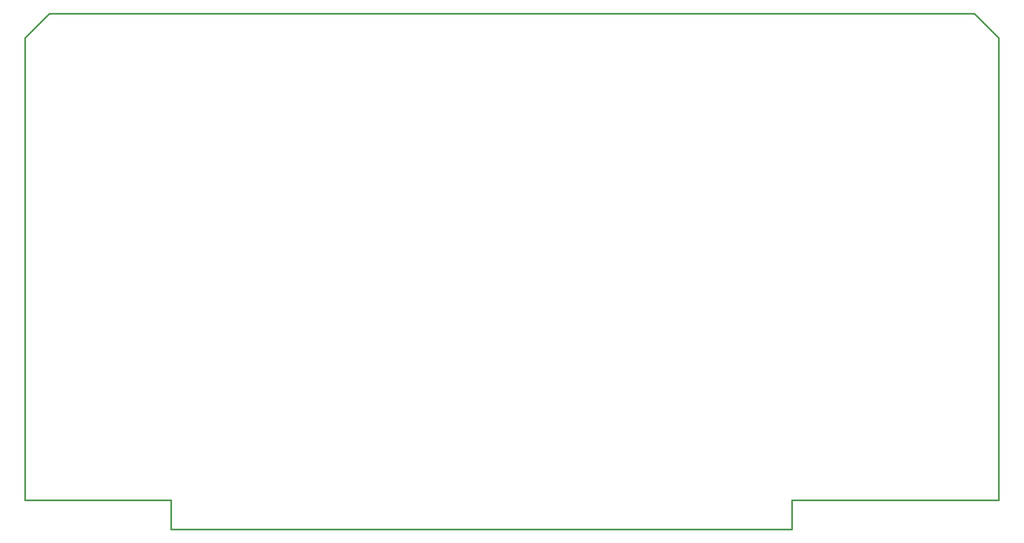
<source format=gm1>
%TF.GenerationSoftware,KiCad,Pcbnew,(6.0.10-0)*%
%TF.CreationDate,2023-04-14T08:45:11-04:00*%
%TF.ProjectId,s100_ColorMagic-1.0-001,73313030-5f43-46f6-9c6f-724d61676963,1.0-001*%
%TF.SameCoordinates,Original*%
%TF.FileFunction,Profile,NP*%
%FSLAX46Y46*%
G04 Gerber Fmt 4.6, Leading zero omitted, Abs format (unit mm)*
G04 Created by KiCad (PCBNEW (6.0.10-0)) date 2023-04-14 08:45:11*
%MOMM*%
%LPD*%
G01*
G04 APERTURE LIST*
%TA.AperFunction,Profile*%
%ADD10C,0.381000*%
%TD*%
G04 APERTURE END LIST*
D10*
X19050000Y-22860000D02*
X12700000Y-29210000D01*
X266700000Y-149860000D02*
X212725000Y-149860000D01*
X50800000Y-157480000D02*
X50800000Y-149860000D01*
X12700000Y-29210000D02*
X12700000Y-149860000D01*
X50800000Y-149860000D02*
X12700000Y-149860000D01*
X266700000Y-149860000D02*
X266700000Y-29210000D01*
X266700000Y-29210000D02*
X260350000Y-22860000D01*
X212725000Y-149860000D02*
X212725000Y-157480000D01*
X260350000Y-22860000D02*
X19050000Y-22860000D01*
X212725000Y-157480000D02*
X50800000Y-157480000D01*
M02*

</source>
